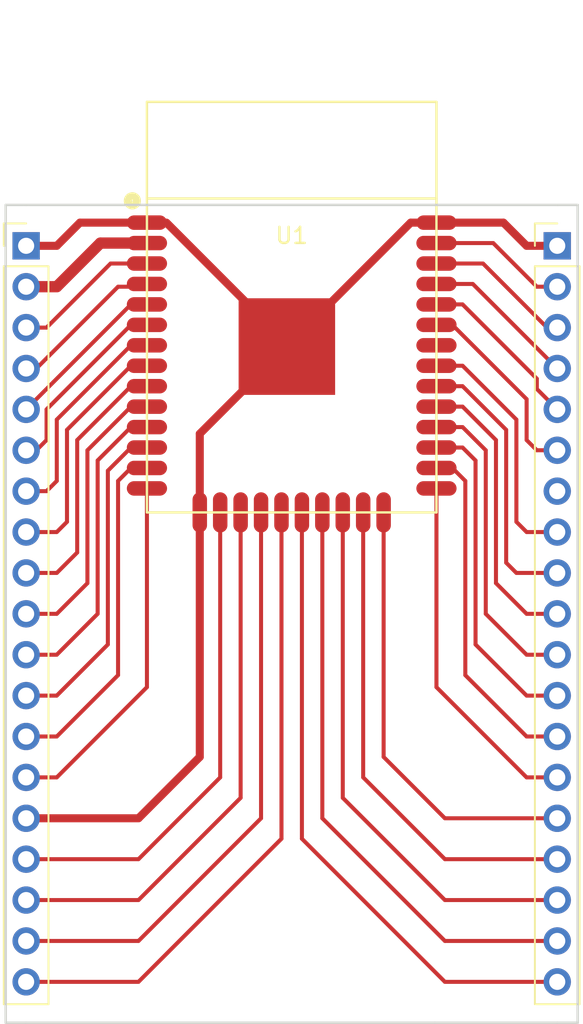
<source format=kicad_pcb>
(kicad_pcb (version 4) (host pcbnew 4.0.5)

  (general
    (links 40)
    (no_connects 0)
    (area 188.006667 36.9 231.093334 99.985)
    (thickness 1.6)
    (drawings 11)
    (tracks 149)
    (zones 0)
    (modules 3)
    (nets 38)
  )

  (page A4)
  (layers
    (0 F.Cu signal)
    (31 B.Cu signal)
    (32 B.Adhes user)
    (33 F.Adhes user)
    (34 B.Paste user)
    (35 F.Paste user)
    (36 B.SilkS user)
    (37 F.SilkS user)
    (38 B.Mask user)
    (39 F.Mask user)
    (40 Dwgs.User user)
    (41 Cmts.User user)
    (42 Eco1.User user)
    (43 Eco2.User user)
    (44 Edge.Cuts user)
    (45 Margin user)
    (46 B.CrtYd user)
    (47 F.CrtYd user)
    (48 B.Fab user)
    (49 F.Fab user)
  )

  (setup
    (last_trace_width 0.25)
    (user_trace_width 0.5)
    (user_trace_width 0.7)
    (user_trace_width 1)
    (trace_clearance 0.2)
    (zone_clearance 0.3)
    (zone_45_only no)
    (trace_min 0.2)
    (segment_width 0.2)
    (edge_width 0.15)
    (via_size 0.6)
    (via_drill 0.4)
    (via_min_size 0.4)
    (via_min_drill 0.3)
    (uvia_size 0.3)
    (uvia_drill 0.1)
    (uvias_allowed no)
    (uvia_min_size 0.2)
    (uvia_min_drill 0.1)
    (pcb_text_width 0.3)
    (pcb_text_size 1.5 1.5)
    (mod_edge_width 0.15)
    (mod_text_size 1 1)
    (mod_text_width 0.15)
    (pad_size 1.524 1.524)
    (pad_drill 0.762)
    (pad_to_mask_clearance 0.2)
    (aux_axis_origin 0 0)
    (visible_elements FFFFFF7F)
    (pcbplotparams
      (layerselection 0x00030_80000001)
      (usegerberextensions false)
      (excludeedgelayer true)
      (linewidth 0.100000)
      (plotframeref false)
      (viasonmask false)
      (mode 1)
      (useauxorigin false)
      (hpglpennumber 1)
      (hpglpenspeed 20)
      (hpglpendiameter 15)
      (hpglpenoverlay 2)
      (psnegative false)
      (psa4output false)
      (plotreference true)
      (plotvalue true)
      (plotinvisibletext false)
      (padsonsilk false)
      (subtractmaskfromsilk false)
      (outputformat 1)
      (mirror false)
      (drillshape 1)
      (scaleselection 1)
      (outputdirectory ""))
  )

  (net 0 "")
  (net 1 GND)
  (net 2 "Net-(P1-Pad2)")
  (net 3 "Net-(P1-Pad3)")
  (net 4 "Net-(P1-Pad4)")
  (net 5 "Net-(P1-Pad5)")
  (net 6 "Net-(P1-Pad6)")
  (net 7 "Net-(P1-Pad7)")
  (net 8 "Net-(P1-Pad8)")
  (net 9 "Net-(P1-Pad9)")
  (net 10 "Net-(P1-Pad10)")
  (net 11 "Net-(P1-Pad11)")
  (net 12 "Net-(P1-Pad12)")
  (net 13 "Net-(P1-Pad13)")
  (net 14 "Net-(P1-Pad14)")
  (net 15 "Net-(P1-Pad16)")
  (net 16 "Net-(P1-Pad17)")
  (net 17 "Net-(P1-Pad18)")
  (net 18 "Net-(P1-Pad19)")
  (net 19 "Net-(P2-Pad2)")
  (net 20 "Net-(P2-Pad3)")
  (net 21 "Net-(P2-Pad4)")
  (net 22 "Net-(P2-Pad5)")
  (net 23 "Net-(P2-Pad6)")
  (net 24 "Net-(P2-Pad7)")
  (net 25 "Net-(P2-Pad8)")
  (net 26 "Net-(P2-Pad9)")
  (net 27 "Net-(P2-Pad10)")
  (net 28 "Net-(P2-Pad11)")
  (net 29 "Net-(P2-Pad12)")
  (net 30 "Net-(P2-Pad13)")
  (net 31 "Net-(P2-Pad14)")
  (net 32 "Net-(P2-Pad15)")
  (net 33 "Net-(P2-Pad16)")
  (net 34 "Net-(P2-Pad17)")
  (net 35 "Net-(P2-Pad18)")
  (net 36 "Net-(P2-Pad19)")
  (net 37 "Net-(U1-Pad32)")

  (net_class Default "これは標準のネット クラスです。"
    (clearance 0.2)
    (trace_width 0.25)
    (via_dia 0.6)
    (via_drill 0.4)
    (uvia_dia 0.3)
    (uvia_drill 0.1)
    (add_net GND)
    (add_net "Net-(P1-Pad10)")
    (add_net "Net-(P1-Pad11)")
    (add_net "Net-(P1-Pad12)")
    (add_net "Net-(P1-Pad13)")
    (add_net "Net-(P1-Pad14)")
    (add_net "Net-(P1-Pad16)")
    (add_net "Net-(P1-Pad17)")
    (add_net "Net-(P1-Pad18)")
    (add_net "Net-(P1-Pad19)")
    (add_net "Net-(P1-Pad2)")
    (add_net "Net-(P1-Pad3)")
    (add_net "Net-(P1-Pad4)")
    (add_net "Net-(P1-Pad5)")
    (add_net "Net-(P1-Pad6)")
    (add_net "Net-(P1-Pad7)")
    (add_net "Net-(P1-Pad8)")
    (add_net "Net-(P1-Pad9)")
    (add_net "Net-(P2-Pad10)")
    (add_net "Net-(P2-Pad11)")
    (add_net "Net-(P2-Pad12)")
    (add_net "Net-(P2-Pad13)")
    (add_net "Net-(P2-Pad14)")
    (add_net "Net-(P2-Pad15)")
    (add_net "Net-(P2-Pad16)")
    (add_net "Net-(P2-Pad17)")
    (add_net "Net-(P2-Pad18)")
    (add_net "Net-(P2-Pad19)")
    (add_net "Net-(P2-Pad2)")
    (add_net "Net-(P2-Pad3)")
    (add_net "Net-(P2-Pad4)")
    (add_net "Net-(P2-Pad5)")
    (add_net "Net-(P2-Pad6)")
    (add_net "Net-(P2-Pad7)")
    (add_net "Net-(P2-Pad8)")
    (add_net "Net-(P2-Pad9)")
    (add_net "Net-(U1-Pad32)")
  )

  (module Pin_Headers:Pin_Header_Straight_1x19_Pitch2.54mm (layer F.Cu) (tedit 58ACE910) (tstamp 58ABC8D9)
    (at 193.04 50.8)
    (descr "Through hole straight pin header, 1x19, 2.54mm pitch, single row")
    (tags "Through hole pin header THT 1x19 2.54mm single row")
    (path /58ABBAA3)
    (fp_text reference P1 (at 0 -2.39) (layer F.SilkS) hide
      (effects (font (size 1 1) (thickness 0.15)))
    )
    (fp_text value CONN_01X19 (at 0 48.11) (layer F.Fab) hide
      (effects (font (size 1 1) (thickness 0.15)))
    )
    (fp_line (start -1.27 -1.27) (end -1.27 46.99) (layer F.Fab) (width 0.1))
    (fp_line (start -1.27 46.99) (end 1.27 46.99) (layer F.Fab) (width 0.1))
    (fp_line (start 1.27 46.99) (end 1.27 -1.27) (layer F.Fab) (width 0.1))
    (fp_line (start 1.27 -1.27) (end -1.27 -1.27) (layer F.Fab) (width 0.1))
    (fp_line (start -1.39 1.27) (end -1.39 47.11) (layer F.SilkS) (width 0.12))
    (fp_line (start -1.39 47.11) (end 1.39 47.11) (layer F.SilkS) (width 0.12))
    (fp_line (start 1.39 47.11) (end 1.39 1.27) (layer F.SilkS) (width 0.12))
    (fp_line (start 1.39 1.27) (end -1.39 1.27) (layer F.SilkS) (width 0.12))
    (fp_line (start -1.39 0) (end -1.39 -1.39) (layer F.SilkS) (width 0.12))
    (fp_line (start -1.39 -1.39) (end 0 -1.39) (layer F.SilkS) (width 0.12))
    (fp_line (start -1.6 -1.6) (end -1.6 47.3) (layer F.CrtYd) (width 0.05))
    (fp_line (start -1.6 47.3) (end 1.6 47.3) (layer F.CrtYd) (width 0.05))
    (fp_line (start 1.6 47.3) (end 1.6 -1.6) (layer F.CrtYd) (width 0.05))
    (fp_line (start 1.6 -1.6) (end -1.6 -1.6) (layer F.CrtYd) (width 0.05))
    (pad 1 thru_hole rect (at 0 0) (size 1.7 1.7) (drill 1) (layers *.Cu *.Mask)
      (net 1 GND))
    (pad 2 thru_hole oval (at 0 2.54) (size 1.7 1.7) (drill 1) (layers *.Cu *.Mask)
      (net 2 "Net-(P1-Pad2)"))
    (pad 3 thru_hole oval (at 0 5.08) (size 1.7 1.7) (drill 1) (layers *.Cu *.Mask)
      (net 3 "Net-(P1-Pad3)"))
    (pad 4 thru_hole oval (at 0 7.62) (size 1.7 1.7) (drill 1) (layers *.Cu *.Mask)
      (net 4 "Net-(P1-Pad4)"))
    (pad 5 thru_hole oval (at 0 10.16) (size 1.7 1.7) (drill 1) (layers *.Cu *.Mask)
      (net 5 "Net-(P1-Pad5)"))
    (pad 6 thru_hole oval (at 0 12.7) (size 1.7 1.7) (drill 1) (layers *.Cu *.Mask)
      (net 6 "Net-(P1-Pad6)"))
    (pad 7 thru_hole oval (at 0 15.24) (size 1.7 1.7) (drill 1) (layers *.Cu *.Mask)
      (net 7 "Net-(P1-Pad7)"))
    (pad 8 thru_hole oval (at 0 17.78) (size 1.7 1.7) (drill 1) (layers *.Cu *.Mask)
      (net 8 "Net-(P1-Pad8)"))
    (pad 9 thru_hole oval (at 0 20.32) (size 1.7 1.7) (drill 1) (layers *.Cu *.Mask)
      (net 9 "Net-(P1-Pad9)"))
    (pad 10 thru_hole oval (at 0 22.86) (size 1.7 1.7) (drill 1) (layers *.Cu *.Mask)
      (net 10 "Net-(P1-Pad10)"))
    (pad 11 thru_hole oval (at 0 25.4) (size 1.7 1.7) (drill 1) (layers *.Cu *.Mask)
      (net 11 "Net-(P1-Pad11)"))
    (pad 12 thru_hole oval (at 0 27.94) (size 1.7 1.7) (drill 1) (layers *.Cu *.Mask)
      (net 12 "Net-(P1-Pad12)"))
    (pad 13 thru_hole oval (at 0 30.48) (size 1.7 1.7) (drill 1) (layers *.Cu *.Mask)
      (net 13 "Net-(P1-Pad13)"))
    (pad 14 thru_hole oval (at 0 33.02) (size 1.7 1.7) (drill 1) (layers *.Cu *.Mask)
      (net 14 "Net-(P1-Pad14)"))
    (pad 15 thru_hole oval (at 0 35.56) (size 1.7 1.7) (drill 1) (layers *.Cu *.Mask)
      (net 1 GND))
    (pad 16 thru_hole oval (at 0 38.1) (size 1.7 1.7) (drill 1) (layers *.Cu *.Mask)
      (net 15 "Net-(P1-Pad16)"))
    (pad 17 thru_hole oval (at 0 40.64) (size 1.7 1.7) (drill 1) (layers *.Cu *.Mask)
      (net 16 "Net-(P1-Pad17)"))
    (pad 18 thru_hole oval (at 0 43.18) (size 1.7 1.7) (drill 1) (layers *.Cu *.Mask)
      (net 17 "Net-(P1-Pad18)"))
    (pad 19 thru_hole oval (at 0 45.72) (size 1.7 1.7) (drill 1) (layers *.Cu *.Mask)
      (net 18 "Net-(P1-Pad19)"))
    (model Pin_Headers.3dshapes/Pin_Header_Straight_1x19_Pitch2.54mm.wrl
      (at (xyz 0 -0.9 0))
      (scale (xyz 1 1 1))
      (rotate (xyz 0 0 90))
    )
  )

  (module Pin_Headers:Pin_Header_Straight_1x19_Pitch2.54mm (layer F.Cu) (tedit 58ACE90C) (tstamp 58ABC8F0)
    (at 226.06 50.8)
    (descr "Through hole straight pin header, 1x19, 2.54mm pitch, single row")
    (tags "Through hole pin header THT 1x19 2.54mm single row")
    (path /58ABBAC8)
    (fp_text reference P2 (at 0 -2.39) (layer F.SilkS) hide
      (effects (font (size 1 1) (thickness 0.15)))
    )
    (fp_text value CONN_01X19 (at 0 48.11) (layer F.Fab) hide
      (effects (font (size 1 1) (thickness 0.15)))
    )
    (fp_line (start -1.27 -1.27) (end -1.27 46.99) (layer F.Fab) (width 0.1))
    (fp_line (start -1.27 46.99) (end 1.27 46.99) (layer F.Fab) (width 0.1))
    (fp_line (start 1.27 46.99) (end 1.27 -1.27) (layer F.Fab) (width 0.1))
    (fp_line (start 1.27 -1.27) (end -1.27 -1.27) (layer F.Fab) (width 0.1))
    (fp_line (start -1.39 1.27) (end -1.39 47.11) (layer F.SilkS) (width 0.12))
    (fp_line (start -1.39 47.11) (end 1.39 47.11) (layer F.SilkS) (width 0.12))
    (fp_line (start 1.39 47.11) (end 1.39 1.27) (layer F.SilkS) (width 0.12))
    (fp_line (start 1.39 1.27) (end -1.39 1.27) (layer F.SilkS) (width 0.12))
    (fp_line (start -1.39 0) (end -1.39 -1.39) (layer F.SilkS) (width 0.12))
    (fp_line (start -1.39 -1.39) (end 0 -1.39) (layer F.SilkS) (width 0.12))
    (fp_line (start -1.6 -1.6) (end -1.6 47.3) (layer F.CrtYd) (width 0.05))
    (fp_line (start -1.6 47.3) (end 1.6 47.3) (layer F.CrtYd) (width 0.05))
    (fp_line (start 1.6 47.3) (end 1.6 -1.6) (layer F.CrtYd) (width 0.05))
    (fp_line (start 1.6 -1.6) (end -1.6 -1.6) (layer F.CrtYd) (width 0.05))
    (pad 1 thru_hole rect (at 0 0) (size 1.7 1.7) (drill 1) (layers *.Cu *.Mask)
      (net 1 GND))
    (pad 2 thru_hole oval (at 0 2.54) (size 1.7 1.7) (drill 1) (layers *.Cu *.Mask)
      (net 19 "Net-(P2-Pad2)"))
    (pad 3 thru_hole oval (at 0 5.08) (size 1.7 1.7) (drill 1) (layers *.Cu *.Mask)
      (net 20 "Net-(P2-Pad3)"))
    (pad 4 thru_hole oval (at 0 7.62) (size 1.7 1.7) (drill 1) (layers *.Cu *.Mask)
      (net 21 "Net-(P2-Pad4)"))
    (pad 5 thru_hole oval (at 0 10.16) (size 1.7 1.7) (drill 1) (layers *.Cu *.Mask)
      (net 22 "Net-(P2-Pad5)"))
    (pad 6 thru_hole oval (at 0 12.7) (size 1.7 1.7) (drill 1) (layers *.Cu *.Mask)
      (net 23 "Net-(P2-Pad6)"))
    (pad 7 thru_hole oval (at 0 15.24) (size 1.7 1.7) (drill 1) (layers *.Cu *.Mask)
      (net 24 "Net-(P2-Pad7)"))
    (pad 8 thru_hole oval (at 0 17.78) (size 1.7 1.7) (drill 1) (layers *.Cu *.Mask)
      (net 25 "Net-(P2-Pad8)"))
    (pad 9 thru_hole oval (at 0 20.32) (size 1.7 1.7) (drill 1) (layers *.Cu *.Mask)
      (net 26 "Net-(P2-Pad9)"))
    (pad 10 thru_hole oval (at 0 22.86) (size 1.7 1.7) (drill 1) (layers *.Cu *.Mask)
      (net 27 "Net-(P2-Pad10)"))
    (pad 11 thru_hole oval (at 0 25.4) (size 1.7 1.7) (drill 1) (layers *.Cu *.Mask)
      (net 28 "Net-(P2-Pad11)"))
    (pad 12 thru_hole oval (at 0 27.94) (size 1.7 1.7) (drill 1) (layers *.Cu *.Mask)
      (net 29 "Net-(P2-Pad12)"))
    (pad 13 thru_hole oval (at 0 30.48) (size 1.7 1.7) (drill 1) (layers *.Cu *.Mask)
      (net 30 "Net-(P2-Pad13)"))
    (pad 14 thru_hole oval (at 0 33.02) (size 1.7 1.7) (drill 1) (layers *.Cu *.Mask)
      (net 31 "Net-(P2-Pad14)"))
    (pad 15 thru_hole oval (at 0 35.56) (size 1.7 1.7) (drill 1) (layers *.Cu *.Mask)
      (net 32 "Net-(P2-Pad15)"))
    (pad 16 thru_hole oval (at 0 38.1) (size 1.7 1.7) (drill 1) (layers *.Cu *.Mask)
      (net 33 "Net-(P2-Pad16)"))
    (pad 17 thru_hole oval (at 0 40.64) (size 1.7 1.7) (drill 1) (layers *.Cu *.Mask)
      (net 34 "Net-(P2-Pad17)"))
    (pad 18 thru_hole oval (at 0 43.18) (size 1.7 1.7) (drill 1) (layers *.Cu *.Mask)
      (net 35 "Net-(P2-Pad18)"))
    (pad 19 thru_hole oval (at 0 45.72) (size 1.7 1.7) (drill 1) (layers *.Cu *.Mask)
      (net 36 "Net-(P2-Pad19)"))
    (model Pin_Headers.3dshapes/Pin_Header_Straight_1x19_Pitch2.54mm.wrl
      (at (xyz 0 -0.9 0))
      (scale (xyz 1 1 1))
      (rotate (xyz 0 0 90))
    )
  )

  (module ESP32-footprints-Lib:ESP32-WROOM (layer F.Cu) (tedit 58ACEC35) (tstamp 58ABC923)
    (at 209.55 54.61 180)
    (path /58A55C8B)
    (fp_text reference U1 (at 0 4.445 180) (layer F.SilkS)
      (effects (font (size 1 1) (thickness 0.15)))
    )
    (fp_text value ESP32-WROOM (at 0 5.08 180) (layer F.Fab) hide
      (effects (font (size 1 1) (thickness 0.15)))
    )
    (fp_text user "Espressif Systems" (at -6.858 -0.889 270) (layer F.SilkS) hide
      (effects (font (size 1 1) (thickness 0.15)))
    )
    (fp_circle (center 9.906 6.604) (end 10.033 6.858) (layer F.SilkS) (width 0.5))
    (fp_text user ESP32-WROOM (at -5.207 0.254 270) (layer F.SilkS) hide
      (effects (font (size 1 1) (thickness 0.15)))
    )
    (fp_line (start -9 6.75) (end 9 6.75) (layer F.SilkS) (width 0.15))
    (fp_line (start 9 12.75) (end 9 -12.75) (layer F.SilkS) (width 0.15))
    (fp_line (start -9 12.75) (end -9 -12.75) (layer F.SilkS) (width 0.15))
    (fp_line (start -9 -12.75) (end 9 -12.75) (layer F.SilkS) (width 0.15))
    (fp_line (start -9 12.75) (end 9 12.75) (layer F.SilkS) (width 0.15))
    (pad 38 smd oval (at -9 5.25 180) (size 2.5 0.9) (layers F.Cu F.Paste F.Mask)
      (net 1 GND))
    (pad 37 smd oval (at -9 3.98 180) (size 2.5 0.9) (layers F.Cu F.Paste F.Mask)
      (net 19 "Net-(P2-Pad2)"))
    (pad 36 smd oval (at -9 2.71 180) (size 2.5 0.9) (layers F.Cu F.Paste F.Mask)
      (net 20 "Net-(P2-Pad3)"))
    (pad 35 smd oval (at -9 1.44 180) (size 2.5 0.9) (layers F.Cu F.Paste F.Mask)
      (net 21 "Net-(P2-Pad4)"))
    (pad 34 smd oval (at -9 0.17 180) (size 2.5 0.9) (layers F.Cu F.Paste F.Mask)
      (net 22 "Net-(P2-Pad5)"))
    (pad 33 smd oval (at -9 -1.1 180) (size 2.5 0.9) (layers F.Cu F.Paste F.Mask)
      (net 23 "Net-(P2-Pad6)"))
    (pad 32 smd oval (at -9 -2.37 180) (size 2.5 0.9) (layers F.Cu F.Paste F.Mask)
      (net 37 "Net-(U1-Pad32)"))
    (pad 31 smd oval (at -9 -3.64 180) (size 2.5 0.9) (layers F.Cu F.Paste F.Mask)
      (net 25 "Net-(P2-Pad8)"))
    (pad 30 smd oval (at -9 -4.91 180) (size 2.5 0.9) (layers F.Cu F.Paste F.Mask)
      (net 26 "Net-(P2-Pad9)"))
    (pad 29 smd oval (at -9 -6.18 180) (size 2.5 0.9) (layers F.Cu F.Paste F.Mask)
      (net 27 "Net-(P2-Pad10)"))
    (pad 28 smd oval (at -9 -7.45 180) (size 2.5 0.9) (layers F.Cu F.Paste F.Mask)
      (net 28 "Net-(P2-Pad11)"))
    (pad 27 smd oval (at -9 -8.72 180) (size 2.5 0.9) (layers F.Cu F.Paste F.Mask)
      (net 29 "Net-(P2-Pad12)"))
    (pad 26 smd oval (at -9 -9.99 180) (size 2.5 0.9) (layers F.Cu F.Paste F.Mask)
      (net 30 "Net-(P2-Pad13)"))
    (pad 25 smd oval (at -9 -11.26 180) (size 2.5 0.9) (layers F.Cu F.Paste F.Mask)
      (net 31 "Net-(P2-Pad14)"))
    (pad 24 smd oval (at -5.715 -12.75 180) (size 0.9 2.5) (layers F.Cu F.Paste F.Mask)
      (net 32 "Net-(P2-Pad15)"))
    (pad 23 smd oval (at -4.445 -12.75 180) (size 0.9 2.5) (layers F.Cu F.Paste F.Mask)
      (net 33 "Net-(P2-Pad16)"))
    (pad 22 smd oval (at -3.175 -12.75 180) (size 0.9 2.5) (layers F.Cu F.Paste F.Mask)
      (net 34 "Net-(P2-Pad17)"))
    (pad 21 smd oval (at -1.905 -12.75 180) (size 0.9 2.5) (layers F.Cu F.Paste F.Mask)
      (net 35 "Net-(P2-Pad18)"))
    (pad 20 smd oval (at -0.635 -12.75 180) (size 0.9 2.5) (layers F.Cu F.Paste F.Mask)
      (net 36 "Net-(P2-Pad19)"))
    (pad 19 smd oval (at 0.635 -12.75 180) (size 0.9 2.5) (layers F.Cu F.Paste F.Mask)
      (net 18 "Net-(P1-Pad19)"))
    (pad 18 smd oval (at 1.905 -12.75 180) (size 0.9 2.5) (layers F.Cu F.Paste F.Mask)
      (net 17 "Net-(P1-Pad18)"))
    (pad 17 smd oval (at 3.175 -12.75 180) (size 0.9 2.5) (layers F.Cu F.Paste F.Mask)
      (net 16 "Net-(P1-Pad17)"))
    (pad 16 smd oval (at 4.445 -12.75 180) (size 0.9 2.5) (layers F.Cu F.Paste F.Mask)
      (net 15 "Net-(P1-Pad16)"))
    (pad 15 smd oval (at 5.715 -12.75 180) (size 0.9 2.5) (layers F.Cu F.Paste F.Mask)
      (net 1 GND))
    (pad 14 smd oval (at 9 -11.26 180) (size 2.5 0.9) (layers F.Cu F.Paste F.Mask)
      (net 14 "Net-(P1-Pad14)"))
    (pad 13 smd oval (at 9 -9.99 180) (size 2.5 0.9) (layers F.Cu F.Paste F.Mask)
      (net 13 "Net-(P1-Pad13)"))
    (pad 12 smd oval (at 9 -8.72 180) (size 2.5 0.9) (layers F.Cu F.Paste F.Mask)
      (net 12 "Net-(P1-Pad12)"))
    (pad 11 smd oval (at 9 -7.45 180) (size 2.5 0.9) (layers F.Cu F.Paste F.Mask)
      (net 11 "Net-(P1-Pad11)"))
    (pad 10 smd oval (at 9 -6.18 180) (size 2.5 0.9) (layers F.Cu F.Paste F.Mask)
      (net 10 "Net-(P1-Pad10)"))
    (pad 9 smd oval (at 9 -4.91 180) (size 2.5 0.9) (layers F.Cu F.Paste F.Mask)
      (net 9 "Net-(P1-Pad9)"))
    (pad 8 smd oval (at 9 -3.64 180) (size 2.5 0.9) (layers F.Cu F.Paste F.Mask)
      (net 8 "Net-(P1-Pad8)"))
    (pad 7 smd oval (at 9 -2.37 180) (size 2.5 0.9) (layers F.Cu F.Paste F.Mask)
      (net 7 "Net-(P1-Pad7)"))
    (pad 6 smd oval (at 9 -1.1 180) (size 2.5 0.9) (layers F.Cu F.Paste F.Mask)
      (net 6 "Net-(P1-Pad6)"))
    (pad 5 smd oval (at 9 0.17 180) (size 2.5 0.9) (layers F.Cu F.Paste F.Mask)
      (net 5 "Net-(P1-Pad5)"))
    (pad 4 smd oval (at 9 1.44 180) (size 2.5 0.9) (layers F.Cu F.Paste F.Mask)
      (net 4 "Net-(P1-Pad4)"))
    (pad 3 smd oval (at 9 2.71 180) (size 2.5 0.9) (layers F.Cu F.Paste F.Mask)
      (net 3 "Net-(P1-Pad3)"))
    (pad 2 smd oval (at 9 3.98 180) (size 2.5 0.9) (layers F.Cu F.Paste F.Mask)
      (net 2 "Net-(P1-Pad2)"))
    (pad 1 smd oval (at 9 5.25 180) (size 2.5 0.9) (layers F.Cu F.Paste F.Mask)
      (net 1 GND))
    (pad 39 smd rect (at 0.3 -2.45 180) (size 6 6) (layers F.Cu F.Paste F.Mask)
      (net 1 GND))
  )

  (dimension 35.56 (width 0.3) (layer Eco2.User)
    (gr_text "35.560 mm" (at 209.55 37.385) (layer Eco2.User)
      (effects (font (size 1.5 1.5) (thickness 0.3)))
    )
    (feature1 (pts (xy 227.33 40.64) (xy 227.33 36.035)))
    (feature2 (pts (xy 191.77 40.64) (xy 191.77 36.035)))
    (crossbar (pts (xy 191.77 38.735) (xy 227.33 38.735)))
    (arrow1a (pts (xy 227.33 38.735) (xy 226.203496 39.321421)))
    (arrow1b (pts (xy 227.33 38.735) (xy 226.203496 38.148579)))
    (arrow2a (pts (xy 191.77 38.735) (xy 192.896504 39.321421)))
    (arrow2b (pts (xy 191.77 38.735) (xy 192.896504 38.148579)))
  )
  (gr_line (start 193.04 99.06) (end 191.77 99.06) (angle 90) (layer Edge.Cuts) (width 0.15))
  (gr_line (start 227.33 99.06) (end 226.06 99.06) (angle 90) (layer Edge.Cuts) (width 0.15))
  (gr_line (start 227.33 48.26) (end 226.06 48.26) (angle 90) (layer Edge.Cuts) (width 0.15))
  (gr_line (start 191.77 48.26) (end 193.04 48.26) (angle 90) (layer Edge.Cuts) (width 0.15))
  (gr_line (start 218.44 99.06) (end 226.06 99.06) (angle 90) (layer Edge.Cuts) (width 0.15))
  (gr_line (start 218.44 48.26) (end 226.06 48.26) (angle 90) (layer Edge.Cuts) (width 0.15))
  (gr_line (start 218.44 48.26) (end 193.04 48.26) (angle 90) (layer Edge.Cuts) (width 0.15))
  (gr_line (start 227.33 99.06) (end 227.33 48.26) (angle 90) (layer Edge.Cuts) (width 0.15))
  (gr_line (start 193.04 99.06) (end 218.44 99.06) (angle 90) (layer Edge.Cuts) (width 0.15))
  (gr_line (start 191.77 48.26) (end 191.77 99.06) (angle 90) (layer Edge.Cuts) (width 0.15))

  (segment (start 200.55 49.36) (end 196.385 49.36) (width 0.5) (layer F.Cu) (net 1))
  (segment (start 194.945 50.8) (end 193.04 50.8) (width 0.5) (layer F.Cu) (net 1) (tstamp 58ACF864))
  (segment (start 196.385 49.36) (end 194.945 50.8) (width 0.5) (layer F.Cu) (net 1) (tstamp 58ACF861))
  (segment (start 193.04 86.36) (end 200.025 86.36) (width 0.5) (layer F.Cu) (net 1) (status 10))
  (segment (start 200.025 86.36) (end 203.835 82.55) (width 0.5) (layer F.Cu) (net 1) (tstamp 58ABEE06))
  (segment (start 203.835 82.55) (end 203.835 67.36) (width 0.5) (layer F.Cu) (net 1) (tstamp 58ABEE0B) (status 20))
  (segment (start 218.55 49.36) (end 222.715 49.36) (width 0.5) (layer F.Cu) (net 1) (status 10))
  (segment (start 224.155 50.8) (end 226.06 50.8) (width 0.5) (layer F.Cu) (net 1) (tstamp 58ABF014) (status 20))
  (segment (start 222.715 49.36) (end 224.155 50.8) (width 0.5) (layer F.Cu) (net 1) (tstamp 58ABF010))
  (segment (start 209.25 57.06) (end 209.25 56.85) (width 0.5) (layer F.Cu) (net 1) (status 30))
  (segment (start 209.25 56.85) (end 201.76 49.36) (width 0.5) (layer F.Cu) (net 1) (tstamp 58ABED8F) (status 30))
  (segment (start 218.55 49.36) (end 216.95 49.36) (width 0.5) (layer F.Cu) (net 1) (status 10))
  (segment (start 216.95 49.36) (end 209.25 57.06) (width 0.5) (layer F.Cu) (net 1) (tstamp 58ABED35) (status 20))
  (segment (start 203.835 67.36) (end 203.835 62.475) (width 0.5) (layer F.Cu) (net 1) (status 10))
  (segment (start 203.835 62.475) (end 209.25 57.06) (width 0.5) (layer F.Cu) (net 1) (tstamp 58ABED2A) (status 20))
  (segment (start 193.04 53.34) (end 194.945 53.34) (width 0.7) (layer F.Cu) (net 2) (status 10))
  (segment (start 197.655 50.63) (end 200.55 50.63) (width 0.7) (layer F.Cu) (net 2) (tstamp 58ABF642) (status 20))
  (segment (start 194.945 53.34) (end 197.655 50.63) (width 0.7) (layer F.Cu) (net 2) (tstamp 58ABF640))
  (segment (start 193.04 55.88) (end 194.31 55.88) (width 0.25) (layer F.Cu) (net 3) (status 10))
  (segment (start 198.29 51.9) (end 200.55 51.9) (width 0.25) (layer F.Cu) (net 3) (tstamp 58ABF63C) (status 20))
  (segment (start 194.31 55.88) (end 198.29 51.9) (width 0.25) (layer F.Cu) (net 3) (tstamp 58ABF639))
  (segment (start 193.04 58.42) (end 193.675 58.42) (width 0.25) (layer F.Cu) (net 4) (status 30))
  (segment (start 193.675 58.42) (end 198.755 53.34) (width 0.25) (layer F.Cu) (net 4) (tstamp 58ABF632) (status 10))
  (segment (start 198.755 53.34) (end 200.38 53.34) (width 0.25) (layer F.Cu) (net 4) (tstamp 58ABF633) (status 20))
  (segment (start 200.38 53.34) (end 200.55 53.17) (width 0.25) (layer F.Cu) (net 4) (tstamp 58ABF636) (status 30))
  (segment (start 193.04 60.96) (end 199.56 54.44) (width 0.25) (layer F.Cu) (net 5) (status 30))
  (segment (start 199.56 54.44) (end 200.55 54.44) (width 0.25) (layer F.Cu) (net 5) (tstamp 58ABF62F) (status 30))
  (segment (start 193.04 63.5) (end 193.675 63.5) (width 0.25) (layer F.Cu) (net 6) (status 30))
  (segment (start 193.675 63.5) (end 194.31 62.865) (width 0.25) (layer F.Cu) (net 6) (tstamp 58ABF3C7) (status 10))
  (segment (start 194.31 62.865) (end 194.31 60.96) (width 0.25) (layer F.Cu) (net 6) (tstamp 58ABF3CD))
  (segment (start 194.31 60.96) (end 199.39 55.88) (width 0.25) (layer F.Cu) (net 6) (tstamp 58ABF3CE) (status 20))
  (segment (start 199.39 55.88) (end 200.38 55.88) (width 0.25) (layer F.Cu) (net 6) (tstamp 58ABF3D5) (status 30))
  (segment (start 200.38 55.88) (end 200.55 55.71) (width 0.25) (layer F.Cu) (net 6) (tstamp 58ABF3D6) (status 30))
  (segment (start 200.55 56.98) (end 199.56 56.98) (width 0.25) (layer F.Cu) (net 7) (status 30))
  (segment (start 199.56 56.98) (end 194.945 61.595) (width 0.25) (layer F.Cu) (net 7) (tstamp 58ABF3AC) (status 10))
  (segment (start 194.945 61.595) (end 194.945 65.405) (width 0.25) (layer F.Cu) (net 7) (tstamp 58ABF3B5))
  (segment (start 194.945 65.405) (end 194.31 66.04) (width 0.25) (layer F.Cu) (net 7) (tstamp 58ABF3C2))
  (segment (start 194.31 66.04) (end 193.04 66.04) (width 0.25) (layer F.Cu) (net 7) (tstamp 58ABF3C3) (status 20))
  (segment (start 194.945 68.58) (end 193.04 68.58) (width 0.25) (layer F.Cu) (net 8) (status 20))
  (segment (start 201.015 58.42) (end 199.39 58.42) (width 0.25) (layer F.Cu) (net 8) (status 30))
  (segment (start 195.58 67.945) (end 194.945 68.58) (width 0.25) (layer F.Cu) (net 8) (tstamp 58ABF350))
  (segment (start 195.58 62.23) (end 195.58 67.945) (width 0.25) (layer F.Cu) (net 8) (tstamp 58ABF348))
  (segment (start 199.39 58.42) (end 195.58 62.23) (width 0.25) (layer F.Cu) (net 8) (tstamp 58ABF346) (status 10))
  (segment (start 201.015 59.69) (end 199.39 59.69) (width 0.25) (layer F.Cu) (net 9) (status 30))
  (segment (start 194.945 71.12) (end 193.04 71.12) (width 0.25) (layer F.Cu) (net 9) (tstamp 58ABF31B) (status 20))
  (segment (start 196.215 69.85) (end 194.945 71.12) (width 0.25) (layer F.Cu) (net 9) (tstamp 58ABF31A))
  (segment (start 196.215 62.865) (end 196.215 69.85) (width 0.25) (layer F.Cu) (net 9) (tstamp 58ABF314))
  (segment (start 199.39 59.69) (end 196.215 62.865) (width 0.25) (layer F.Cu) (net 9) (tstamp 58ABF310) (status 10))
  (segment (start 201.015 60.96) (end 199.39 60.96) (width 0.25) (layer F.Cu) (net 10) (status 30))
  (segment (start 194.945 73.66) (end 193.04 73.66) (width 0.25) (layer F.Cu) (net 10) (tstamp 58ABF30D) (status 20))
  (segment (start 196.85 71.755) (end 194.945 73.66) (width 0.25) (layer F.Cu) (net 10) (tstamp 58ABF30C))
  (segment (start 196.85 63.5) (end 196.85 71.755) (width 0.25) (layer F.Cu) (net 10) (tstamp 58ABF308))
  (segment (start 199.39 60.96) (end 196.85 63.5) (width 0.25) (layer F.Cu) (net 10) (tstamp 58ABF305) (status 10))
  (segment (start 201.015 62.23) (end 199.39 62.23) (width 0.25) (layer F.Cu) (net 11) (status 30))
  (segment (start 194.945 76.2) (end 193.04 76.2) (width 0.25) (layer F.Cu) (net 11) (tstamp 58ABF302) (status 20))
  (segment (start 197.485 73.66) (end 194.945 76.2) (width 0.25) (layer F.Cu) (net 11) (tstamp 58ABF301))
  (segment (start 197.485 64.135) (end 197.485 73.66) (width 0.25) (layer F.Cu) (net 11) (tstamp 58ABF2FE))
  (segment (start 199.39 62.23) (end 197.485 64.135) (width 0.25) (layer F.Cu) (net 11) (tstamp 58ABF2F9) (status 10))
  (segment (start 201.015 63.5) (end 199.39 63.5) (width 0.25) (layer F.Cu) (net 12) (status 30))
  (segment (start 194.945 78.74) (end 193.04 78.74) (width 0.25) (layer F.Cu) (net 12) (tstamp 58ABF2CB) (status 20))
  (segment (start 198.12 75.565) (end 194.945 78.74) (width 0.25) (layer F.Cu) (net 12) (tstamp 58ABF2CA))
  (segment (start 198.12 64.77) (end 198.12 75.565) (width 0.25) (layer F.Cu) (net 12) (tstamp 58ABF2C8))
  (segment (start 199.39 63.5) (end 198.12 64.77) (width 0.25) (layer F.Cu) (net 12) (tstamp 58ABF2C4) (status 10))
  (segment (start 200.55 64.6) (end 199.56 64.6) (width 0.25) (layer F.Cu) (net 13) (status 30))
  (segment (start 194.945 81.28) (end 193.04 81.28) (width 0.25) (layer F.Cu) (net 13) (tstamp 58ABF2C0) (status 20))
  (segment (start 198.755 77.47) (end 194.945 81.28) (width 0.25) (layer F.Cu) (net 13) (tstamp 58ABF2BF))
  (segment (start 198.755 65.405) (end 198.755 77.47) (width 0.25) (layer F.Cu) (net 13) (tstamp 58ABF2BC))
  (segment (start 199.56 64.6) (end 198.755 65.405) (width 0.25) (layer F.Cu) (net 13) (tstamp 58ABF2BA) (status 10))
  (segment (start 200.55 65.87) (end 200.55 78.215) (width 0.25) (layer F.Cu) (net 14) (status 10))
  (segment (start 194.945 83.82) (end 193.04 83.82) (width 0.25) (layer F.Cu) (net 14) (tstamp 58ABF2B3) (status 20))
  (segment (start 200.55 78.215) (end 194.945 83.82) (width 0.25) (layer F.Cu) (net 14) (tstamp 58ABF2B1))
  (segment (start 193.04 88.9) (end 200.025 88.9) (width 0.25) (layer F.Cu) (net 15) (status 10))
  (segment (start 205.105 83.82) (end 200.025 88.9) (width 0.25) (layer F.Cu) (net 15) (tstamp 58ABEE0F))
  (segment (start 205.105 83.82) (end 205.105 67.36) (width 0.25) (layer F.Cu) (net 15) (status 20))
  (segment (start 193.04 91.44) (end 200.025 91.44) (width 0.25) (layer F.Cu) (net 16) (status 10))
  (segment (start 206.375 85.09) (end 200.025 91.44) (width 0.25) (layer F.Cu) (net 16) (tstamp 58ABEE19))
  (segment (start 206.375 85.09) (end 206.375 67.36) (width 0.25) (layer F.Cu) (net 16) (status 20))
  (segment (start 193.04 93.98) (end 200.025 93.98) (width 0.25) (layer F.Cu) (net 17) (status 10))
  (segment (start 207.645 86.36) (end 200.025 93.98) (width 0.25) (layer F.Cu) (net 17) (tstamp 58ABEE28))
  (segment (start 207.645 86.36) (end 207.645 67.36) (width 0.25) (layer F.Cu) (net 17) (status 20))
  (segment (start 193.04 96.52) (end 200.025 96.52) (width 0.25) (layer F.Cu) (net 18) (status 10))
  (segment (start 208.915 87.63) (end 200.025 96.52) (width 0.25) (layer F.Cu) (net 18) (tstamp 58ABEE33))
  (segment (start 208.915 87.63) (end 208.915 67.36) (width 0.25) (layer F.Cu) (net 18) (status 20))
  (segment (start 218.55 50.63) (end 222.08 50.63) (width 0.25) (layer F.Cu) (net 19) (status 10))
  (segment (start 224.79 53.34) (end 226.06 53.34) (width 0.25) (layer F.Cu) (net 19) (tstamp 58ABF007) (status 20))
  (segment (start 222.08 50.63) (end 224.79 53.34) (width 0.25) (layer F.Cu) (net 19) (tstamp 58ABF006))
  (segment (start 218.55 51.9) (end 221.445 51.9) (width 0.25) (layer F.Cu) (net 20) (status 10))
  (segment (start 225.425 55.88) (end 226.06 55.88) (width 0.25) (layer F.Cu) (net 20) (tstamp 58ABF001) (status 30))
  (segment (start 221.445 51.9) (end 225.425 55.88) (width 0.25) (layer F.Cu) (net 20) (tstamp 58ABEFF5) (status 20))
  (segment (start 218.55 53.17) (end 220.81 53.17) (width 0.25) (layer F.Cu) (net 21) (status 10))
  (segment (start 220.81 53.17) (end 226.06 58.42) (width 0.25) (layer F.Cu) (net 21) (tstamp 58ABEFED) (status 20))
  (segment (start 218.55 54.44) (end 220.175 54.44) (width 0.25) (layer F.Cu) (net 22) (status 10))
  (segment (start 224.79 59.69) (end 226.06 60.96) (width 0.25) (layer F.Cu) (net 22) (tstamp 58ABF030) (status 20))
  (segment (start 224.79 59.055) (end 224.79 59.69) (width 0.25) (layer F.Cu) (net 22) (tstamp 58ABF02C))
  (segment (start 220.175 54.44) (end 224.79 59.055) (width 0.25) (layer F.Cu) (net 22) (tstamp 58ABF01C))
  (segment (start 218.55 54.44) (end 219.54 54.44) (width 0.25) (layer F.Cu) (net 22) (status 30))
  (segment (start 218.55 55.71) (end 219.54 55.71) (width 0.25) (layer F.Cu) (net 23) (status 30))
  (segment (start 219.54 55.71) (end 224.155 60.325) (width 0.25) (layer F.Cu) (net 23) (tstamp 58ABEFDA) (status 10))
  (segment (start 224.155 60.325) (end 224.155 62.865) (width 0.25) (layer F.Cu) (net 23) (tstamp 58ABEFDE))
  (segment (start 224.155 62.865) (end 224.79 63.5) (width 0.25) (layer F.Cu) (net 23) (tstamp 58ABEFE3))
  (segment (start 224.79 63.5) (end 226.06 63.5) (width 0.25) (layer F.Cu) (net 23) (tstamp 58ABEFE4) (status 20))
  (segment (start 218.55 58.25) (end 220.175 58.25) (width 0.25) (layer F.Cu) (net 25) (status 10))
  (segment (start 224.155 68.58) (end 226.06 68.58) (width 0.25) (layer F.Cu) (net 25) (tstamp 58ABEFD7) (status 20))
  (segment (start 223.52 67.945) (end 224.155 68.58) (width 0.25) (layer F.Cu) (net 25) (tstamp 58ABEFD6))
  (segment (start 223.52 61.595) (end 223.52 67.945) (width 0.25) (layer F.Cu) (net 25) (tstamp 58ABEFD1))
  (segment (start 220.175 58.25) (end 223.52 61.595) (width 0.25) (layer F.Cu) (net 25) (tstamp 58ABEFCF))
  (segment (start 218.55 59.52) (end 220.175 59.52) (width 0.25) (layer F.Cu) (net 26) (status 10))
  (segment (start 223.52 71.12) (end 226.06 71.12) (width 0.25) (layer F.Cu) (net 26) (tstamp 58ABEFCC) (status 20))
  (segment (start 222.885 70.485) (end 223.52 71.12) (width 0.25) (layer F.Cu) (net 26) (tstamp 58ABEFCB))
  (segment (start 222.885 62.23) (end 222.885 70.485) (width 0.25) (layer F.Cu) (net 26) (tstamp 58ABEFC7))
  (segment (start 220.175 59.52) (end 222.885 62.23) (width 0.25) (layer F.Cu) (net 26) (tstamp 58ABEFC2))
  (segment (start 218.55 60.79) (end 220.175 60.79) (width 0.25) (layer F.Cu) (net 27) (status 10))
  (segment (start 224.155 73.66) (end 226.06 73.66) (width 0.25) (layer F.Cu) (net 27) (tstamp 58ABEFB8) (status 20))
  (segment (start 222.25 71.755) (end 224.155 73.66) (width 0.25) (layer F.Cu) (net 27) (tstamp 58ABEFB7))
  (segment (start 222.25 62.865) (end 222.25 71.755) (width 0.25) (layer F.Cu) (net 27) (tstamp 58ABEFB4))
  (segment (start 220.175 60.79) (end 222.25 62.865) (width 0.25) (layer F.Cu) (net 27) (tstamp 58ABEFAF))
  (segment (start 218.55 62.06) (end 220.175 62.06) (width 0.25) (layer F.Cu) (net 28) (status 10))
  (segment (start 224.155 76.2) (end 226.06 76.2) (width 0.25) (layer F.Cu) (net 28) (tstamp 58ABEFA9) (status 20))
  (segment (start 221.615 73.66) (end 224.155 76.2) (width 0.25) (layer F.Cu) (net 28) (tstamp 58ABEFA7))
  (segment (start 221.615 63.5) (end 221.615 73.66) (width 0.25) (layer F.Cu) (net 28) (tstamp 58ABEF98))
  (segment (start 220.175 62.06) (end 221.615 63.5) (width 0.25) (layer F.Cu) (net 28) (tstamp 58ABEF8F))
  (segment (start 218.55 63.33) (end 220.175 63.33) (width 0.25) (layer F.Cu) (net 29) (status 10))
  (segment (start 224.155 78.74) (end 226.06 78.74) (width 0.25) (layer F.Cu) (net 29) (tstamp 58ABEF8B) (status 20))
  (segment (start 220.98 75.565) (end 224.155 78.74) (width 0.25) (layer F.Cu) (net 29) (tstamp 58ABEF89))
  (segment (start 220.98 64.135) (end 220.98 75.565) (width 0.25) (layer F.Cu) (net 29) (tstamp 58ABEF83))
  (segment (start 220.175 63.33) (end 220.98 64.135) (width 0.25) (layer F.Cu) (net 29) (tstamp 58ABEF81))
  (segment (start 225.425 81.28) (end 224.155 81.28) (width 0.25) (layer F.Cu) (net 30) (status 10))
  (segment (start 220.345 65.405) (end 219.71 64.77) (width 0.25) (layer F.Cu) (net 30) (tstamp 58ABEE7D) (status 20))
  (segment (start 220.345 65.405) (end 220.345 77.47) (width 0.25) (layer F.Cu) (net 30) (tstamp 58ABEE8A))
  (segment (start 220.345 77.47) (end 224.155 81.28) (width 0.25) (layer F.Cu) (net 30) (tstamp 58ABEE8D))
  (segment (start 218.085 64.77) (end 219.71 64.77) (width 0.25) (layer F.Cu) (net 30) (status 30))
  (segment (start 226.06 83.82) (end 224.155 83.82) (width 0.25) (layer F.Cu) (net 31) (status 10))
  (segment (start 218.55 78.215) (end 224.155 83.82) (width 0.25) (layer F.Cu) (net 31) (tstamp 58ABEE6F))
  (segment (start 218.55 78.215) (end 218.55 65.87) (width 0.25) (layer F.Cu) (net 31) (status 20))
  (segment (start 226.06 86.36) (end 219.075 86.36) (width 0.25) (layer F.Cu) (net 32) (status 10))
  (segment (start 215.265 82.55) (end 219.075 86.36) (width 0.25) (layer F.Cu) (net 32) (tstamp 58ABEE3D))
  (segment (start 215.265 82.55) (end 215.265 67.36) (width 0.25) (layer F.Cu) (net 32) (status 20))
  (segment (start 226.06 88.9) (end 219.075 88.9) (width 0.25) (layer F.Cu) (net 33) (status 10))
  (segment (start 213.995 83.82) (end 219.075 88.9) (width 0.25) (layer F.Cu) (net 33) (tstamp 58ABEE49))
  (segment (start 213.995 83.82) (end 213.995 67.36) (width 0.25) (layer F.Cu) (net 33) (status 20))
  (segment (start 226.06 91.44) (end 219.075 91.44) (width 0.25) (layer F.Cu) (net 34) (status 10))
  (segment (start 212.725 85.09) (end 219.075 91.44) (width 0.25) (layer F.Cu) (net 34) (tstamp 58ABEE52))
  (segment (start 212.725 85.09) (end 212.725 67.36) (width 0.25) (layer F.Cu) (net 34) (status 20))
  (segment (start 226.06 93.98) (end 219.075 93.98) (width 0.25) (layer F.Cu) (net 35) (status 10))
  (segment (start 211.455 86.36) (end 219.075 93.98) (width 0.25) (layer F.Cu) (net 35) (tstamp 58ABEE59))
  (segment (start 211.455 86.36) (end 211.455 67.36) (width 0.25) (layer F.Cu) (net 35) (status 20))
  (segment (start 219.075 96.52) (end 226.06 96.52) (width 0.25) (layer F.Cu) (net 36) (status 20))
  (segment (start 210.185 87.63) (end 219.075 96.52) (width 0.25) (layer F.Cu) (net 36) (tstamp 58ABEE61))
  (segment (start 210.185 67.36) (end 210.185 87.63) (width 0.25) (layer F.Cu) (net 36) (status 10))

)

</source>
